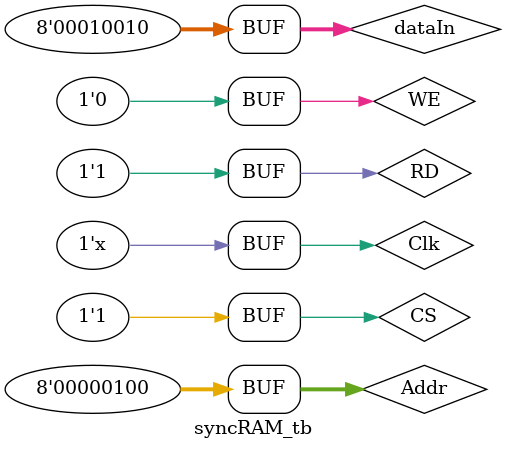
<source format=v>
module syncRAM_tb;


 // Inputs

 reg [7:0] dataIn;

 reg [7:0] Addr;

 reg CS;

 reg WE;

 reg RD;

 reg Clk;


 // Outputs

 wire [7:0] dataOut;


 // Instantiate the Unit Under Test (UUT)

 syncRAM uut (

  .dataIn(dataIn), 

  .dataOut(dataOut), 

  .Addr(Addr), 

  .CS(CS), 

  .WE(WE), 

  .RD(RD), 

  .Clk(Clk)

  );


 initial begin

  // Initialize Inputs

  dataIn  = 8'h0;

  Addr  = 8'h0;

  CS  = 1'b0;

  WE  = 1'b0;

  RD  = 1'b0;

  Clk  = 1'b0;


  // Wait 100 ns for global reset to finish

  #100;

       

  // Add stimulus here

  dataIn  = 8'h0;

  Addr  = 8'h0;

  CS  = 1'b1;

  WE  = 1'b1;

  RD  = 1'b0;

  #20;

  dataIn  = 8'h0;

  Addr  = 8'h0;

  #20;

  dataIn  = 8'h1;

  Addr  = 8'h1;

  #20;

  dataIn  = 8'h10;

  Addr  = 8'h2;

  #20;

  dataIn  = 8'h6;

  Addr  = 8'h3;

  #20;

  dataIn  = 8'h12;

  Addr  = 8'h4;

  #40;

  Addr  = 8'h0;

  WE  = 1'b0;

  RD  = 1'b1;

  #20;

  Addr   = 8'h1;

  #20;

  Addr   = 8'h2;

  #20;

  Addr   = 8'h3;

  #20;

  Addr   = 8'h4;

 end

   

 always #10 Clk = ~Clk;

 

endmodule

</source>
